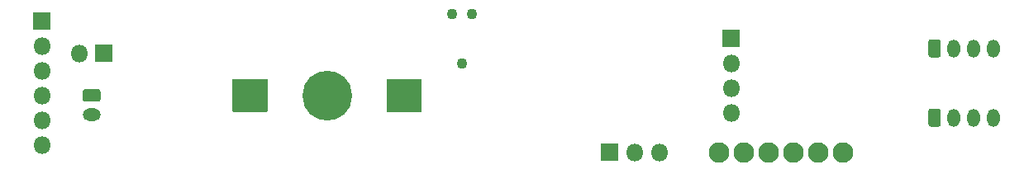
<source format=gbr>
%TF.GenerationSoftware,KiCad,Pcbnew,(5.1.10)-1*%
%TF.CreationDate,2021-07-01T22:03:52-07:00*%
%TF.ProjectId,BivalveBit_RevA,42697661-6c76-4654-9269-745f52657641,A*%
%TF.SameCoordinates,Original*%
%TF.FileFunction,Soldermask,Bot*%
%TF.FilePolarity,Negative*%
%FSLAX46Y46*%
G04 Gerber Fmt 4.6, Leading zero omitted, Abs format (unit mm)*
G04 Created by KiCad (PCBNEW (5.1.10)-1) date 2021-07-01 22:03:52*
%MOMM*%
%LPD*%
G01*
G04 APERTURE LIST*
%ADD10C,5.101600*%
%ADD11O,1.801600X1.801600*%
%ADD12C,1.092200*%
%ADD13O,1.851600X1.301600*%
%ADD14C,2.101600*%
%ADD15O,1.301600X1.851600*%
G04 APERTURE END LIST*
D10*
%TO.C,RTC_BATT1*%
X132080000Y-130810000D03*
G36*
G01*
X138179200Y-132460000D02*
X138179200Y-129160000D01*
G75*
G02*
X138230000Y-129109200I50800J0D01*
G01*
X141730000Y-129109200D01*
G75*
G02*
X141780800Y-129160000I0J-50800D01*
G01*
X141780800Y-132460000D01*
G75*
G02*
X141730000Y-132510800I-50800J0D01*
G01*
X138230000Y-132510800D01*
G75*
G02*
X138179200Y-132460000I0J50800D01*
G01*
G37*
G36*
G01*
X122379200Y-132460000D02*
X122379200Y-129160000D01*
G75*
G02*
X122430000Y-129109200I50800J0D01*
G01*
X125930000Y-129109200D01*
G75*
G02*
X125980800Y-129160000I0J-50800D01*
G01*
X125980800Y-132460000D01*
G75*
G02*
X125930000Y-132510800I-50800J0D01*
G01*
X122430000Y-132510800D01*
G75*
G02*
X122379200Y-132460000I0J50800D01*
G01*
G37*
%TD*%
D11*
%TO.C,J1*%
X106680000Y-126492000D03*
G36*
G01*
X108370000Y-125591200D02*
X110070000Y-125591200D01*
G75*
G02*
X110120800Y-125642000I0J-50800D01*
G01*
X110120800Y-127342000D01*
G75*
G02*
X110070000Y-127392800I-50800J0D01*
G01*
X108370000Y-127392800D01*
G75*
G02*
X108319200Y-127342000I0J50800D01*
G01*
X108319200Y-125642000D01*
G75*
G02*
X108370000Y-125591200I50800J0D01*
G01*
G37*
%TD*%
D12*
%TO.C,PROGRAM_HEADER1*%
X145923000Y-127508000D03*
X146939000Y-122428000D03*
X144907000Y-122428000D03*
%TD*%
D13*
%TO.C,PRIMARY_BATTERY1*%
X107950000Y-132810000D03*
G36*
G01*
X107295365Y-130159200D02*
X108604635Y-130159200D01*
G75*
G02*
X108875800Y-130430365I0J-271165D01*
G01*
X108875800Y-131189635D01*
G75*
G02*
X108604635Y-131460800I-271165J0D01*
G01*
X107295365Y-131460800D01*
G75*
G02*
X107024200Y-131189635I0J271165D01*
G01*
X107024200Y-130430365D01*
G75*
G02*
X107295365Y-130159200I271165J0D01*
G01*
G37*
%TD*%
D11*
%TO.C,OLED1*%
X173482000Y-132588000D03*
X173482000Y-130048000D03*
X173482000Y-127508000D03*
G36*
G01*
X172581200Y-125818000D02*
X172581200Y-124118000D01*
G75*
G02*
X172632000Y-124067200I50800J0D01*
G01*
X174332000Y-124067200D01*
G75*
G02*
X174382800Y-124118000I0J-50800D01*
G01*
X174382800Y-125818000D01*
G75*
G02*
X174332000Y-125868800I-50800J0D01*
G01*
X172632000Y-125868800D01*
G75*
G02*
X172581200Y-125818000I0J50800D01*
G01*
G37*
%TD*%
D14*
%TO.C,J7*%
X177292000Y-136652000D03*
%TD*%
D11*
%TO.C,J6*%
X166116000Y-136652000D03*
X163576000Y-136652000D03*
G36*
G01*
X161886000Y-137552800D02*
X160186000Y-137552800D01*
G75*
G02*
X160135200Y-137502000I0J50800D01*
G01*
X160135200Y-135802000D01*
G75*
G02*
X160186000Y-135751200I50800J0D01*
G01*
X161886000Y-135751200D01*
G75*
G02*
X161936800Y-135802000I0J-50800D01*
G01*
X161936800Y-137502000D01*
G75*
G02*
X161886000Y-137552800I-50800J0D01*
G01*
G37*
%TD*%
D14*
%TO.C,J5*%
X174752000Y-136652000D03*
%TD*%
%TO.C,J4*%
X172212000Y-136652000D03*
%TD*%
%TO.C,J3*%
X182372000Y-136652000D03*
%TD*%
%TO.C,J2*%
X179832000Y-136652000D03*
%TD*%
D15*
%TO.C,HEART_SENSOR1*%
X200310000Y-125984000D03*
X198310000Y-125984000D03*
X196310000Y-125984000D03*
G36*
G01*
X193659200Y-126638635D02*
X193659200Y-125329365D01*
G75*
G02*
X193930365Y-125058200I271165J0D01*
G01*
X194689635Y-125058200D01*
G75*
G02*
X194960800Y-125329365I0J-271165D01*
G01*
X194960800Y-126638635D01*
G75*
G02*
X194689635Y-126909800I-271165J0D01*
G01*
X193930365Y-126909800D01*
G75*
G02*
X193659200Y-126638635I0J271165D01*
G01*
G37*
%TD*%
%TO.C,HALL_SENSOR1*%
X200310000Y-133096000D03*
X198310000Y-133096000D03*
X196310000Y-133096000D03*
G36*
G01*
X193659200Y-133750635D02*
X193659200Y-132441365D01*
G75*
G02*
X193930365Y-132170200I271165J0D01*
G01*
X194689635Y-132170200D01*
G75*
G02*
X194960800Y-132441365I0J-271165D01*
G01*
X194960800Y-133750635D01*
G75*
G02*
X194689635Y-134021800I-271165J0D01*
G01*
X193930365Y-134021800D01*
G75*
G02*
X193659200Y-133750635I0J271165D01*
G01*
G37*
%TD*%
D11*
%TO.C,FTDI*%
X102870000Y-135890000D03*
X102870000Y-133350000D03*
X102870000Y-130810000D03*
X102870000Y-128270000D03*
X102870000Y-125730000D03*
G36*
G01*
X101969200Y-124040000D02*
X101969200Y-122340000D01*
G75*
G02*
X102020000Y-122289200I50800J0D01*
G01*
X103720000Y-122289200D01*
G75*
G02*
X103770800Y-122340000I0J-50800D01*
G01*
X103770800Y-124040000D01*
G75*
G02*
X103720000Y-124090800I-50800J0D01*
G01*
X102020000Y-124090800D01*
G75*
G02*
X101969200Y-124040000I0J50800D01*
G01*
G37*
%TD*%
D14*
%TO.C,J8*%
X184912000Y-136652000D03*
%TD*%
M02*

</source>
